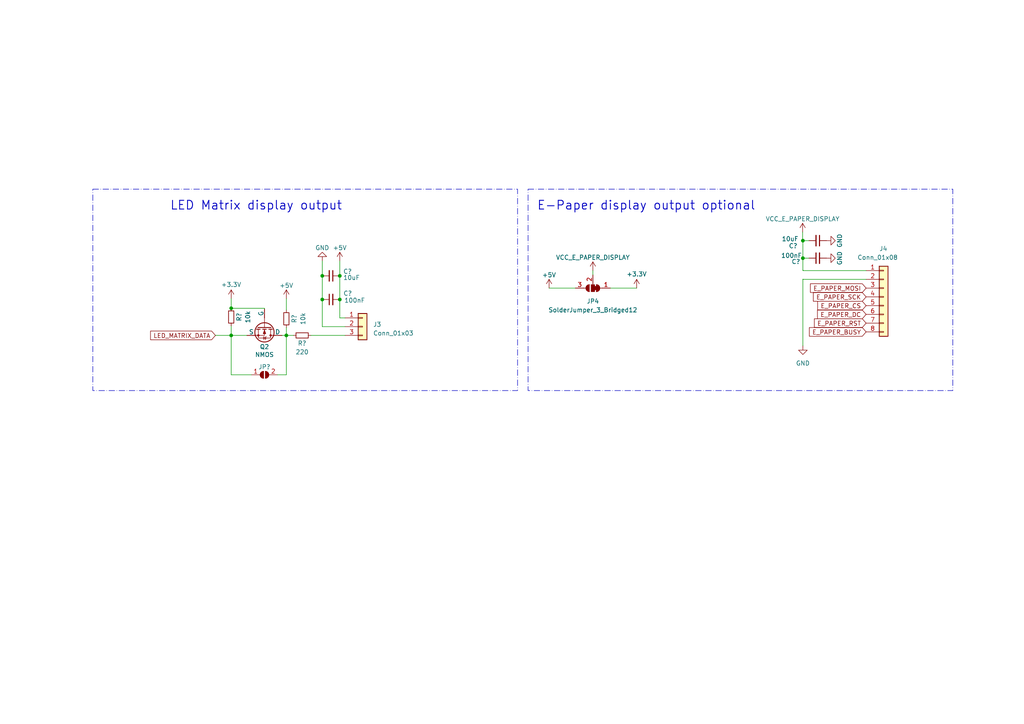
<source format=kicad_sch>
(kicad_sch (version 20230121) (generator eeschema)
  (paper "A4")
  (lib_symbols
    (symbol "Connector_Generic:Conn_01x03" (pin_names (offset 1.016) hide)
      (property "Reference" "J" (at 0 5.08 0))
      (property "Value" "Conn_01x03" (at 0 -5.08 0))
      (symbol "Conn_01x03_1_1"
        (rectangle (start -1.27 -2.413) (end 0 -2.667) (stroke (width 0.1524)))
        (rectangle (start -1.27 0.127) (end 0 -0.127) (stroke (width 0.1524)))
        (rectangle (start -1.27 2.667) (end 0 2.413) (stroke (width 0.1524)))
        (rectangle (start -1.27 3.81) (end 1.27 -3.81) (stroke (width 0.254)) (fill (type background)))
        (pin passive line (at -5.08 2.54 0) (length 3.81) (name "Pin_1") (number "1"))
        (pin passive line (at -5.08 0 0) (length 3.81) (name "Pin_2") (number "2"))
        (pin passive line (at -5.08 -2.54 0) (length 3.81) (name "Pin_3") (number "3"))
      )
    )
    (symbol "Connector_Generic:Conn_01x08" (pin_names (offset 1.016) hide)
      (property "Reference" "J" (at 0 10.16 0))
      (property "Value" "Conn_01x08" (at 0 -12.7 0))
      (symbol "Conn_01x08_1_1"
        (rectangle (start -1.27 -10.033) (end 0 -10.287) (stroke (width 0.1524)))
        (rectangle (start -1.27 -7.493) (end 0 -7.747) (stroke (width 0.1524)))
        (rectangle (start -1.27 -4.953) (end 0 -5.207) (stroke (width 0.1524)))
        (rectangle (start -1.27 -2.413) (end 0 -2.667) (stroke (width 0.1524)))
        (rectangle (start -1.27 0.127) (end 0 -0.127) (stroke (width 0.1524)))
        (rectangle (start -1.27 2.667) (end 0 2.413) (stroke (width 0.1524)))
        (rectangle (start -1.27 5.207) (end 0 4.953) (stroke (width 0.1524)))
        (rectangle (start -1.27 7.747) (end 0 7.493) (stroke (width 0.1524)))
        (rectangle (start -1.27 8.89) (end 1.27 -11.43) (stroke (width 0.254)) (fill (type background)))
        (pin passive line (at -5.08 7.62 0) (length 3.81) (name "Pin_1") (number "1"))
        (pin passive line (at -5.08 5.08 0) (length 3.81) (name "Pin_2") (number "2"))
        (pin passive line (at -5.08 2.54 0) (length 3.81) (name "Pin_3") (number "3"))
        (pin passive line (at -5.08 0 0) (length 3.81) (name "Pin_4") (number "4"))
        (pin passive line (at -5.08 -2.54 0) (length 3.81) (name "Pin_5") (number "5"))
        (pin passive line (at -5.08 -5.08 0) (length 3.81) (name "Pin_6") (number "6"))
        (pin passive line (at -5.08 -7.62 0) (length 3.81) (name "Pin_7") (number "7"))
        (pin passive line (at -5.08 -10.16 0) (length 3.81) (name "Pin_8") (number "8"))
      )
    )
    (symbol "Device:C_Small" (pin_numbers hide) (pin_names (offset 0.254) hide)
      (property "Reference" "C" (at 0.254 1.778 0))
      (property "Value" "C_Small" (at 0.254 -2.032 0))
      (symbol "C_Small_0_1"
        (polyline (pts (xy -1.524 -0.508) (xy 1.524 -0.508)) (stroke (width 0.3302)))
        (polyline (pts (xy -1.524 0.508) (xy 1.524 0.508)) (stroke (width 0.3048)))
      )
      (symbol "C_Small_1_1"
        (pin passive line (at 0 2.54 270) (length 2.032) (name "~") (number "1"))
        (pin passive line (at 0 -2.54 90) (length 2.032) (name "~") (number "2"))
      )
    )
    (symbol "Device:R_Small" (pin_numbers hide) (pin_names (offset 0.254) hide)
      (property "Reference" "R" (at 0.762 0.508 0))
      (property "Value" "R_Small" (at 0.762 -1.016 0))
      (symbol "R_Small_0_1"
        (rectangle (start -0.762 1.778) (end 0.762 -1.778) (stroke (width 0.2032)))
      )
      (symbol "R_Small_1_1"
        (pin passive line (at 0 2.54 270) (length 0.762) (name "~") (number "1"))
        (pin passive line (at 0 -2.54 90) (length 0.762) (name "~") (number "2"))
      )
    )
    (symbol "Jumper:SolderJumper_2_Open" (pin_names (offset 0) hide)
      (property "Reference" "JP" (at 0 2.032 0))
      (property "Value" "SolderJumper_2_Open" (at 0 -2.54 0))
      (symbol "SolderJumper_2_Open_0_1"
        (arc (start -0.254 1.016) (mid -1.2656 0) (end -0.254 -1.016))
        (arc (start -0.254 1.016) (mid -1.2656 0) (end -0.254 -1.016) (fill (type outline)))
        (polyline (pts (xy -0.254 1.016) (xy -0.254 -1.016)))
        (polyline (pts (xy 0.254 1.016) (xy 0.254 -1.016)))
        (arc (start 0.254 -1.016) (mid 1.2656 0) (end 0.254 1.016))
        (arc (start 0.254 -1.016) (mid 1.2656 0) (end 0.254 1.016) (fill (type outline)))
      )
      (symbol "SolderJumper_2_Open_1_1"
        (pin passive line (at -3.81 0 0) (length 2.54) (name "A") (number "1"))
        (pin passive line (at 3.81 0 180) (length 2.54) (name "B") (number "2"))
      )
    )
    (symbol "Jumper:SolderJumper_3_Bridged12" (pin_names (offset 0) hide)
      (property "Reference" "JP" (at -2.54 -2.54 0))
      (property "Value" "SolderJumper_3_Bridged12" (at 0 2.794 0))
      (symbol "SolderJumper_3_Bridged12_0_1"
        (rectangle (start -1.016 0.508) (end -0.508 -0.508) (fill (type outline)))
        (arc (start -1.016 1.016) (mid -2.0276 0) (end -1.016 -1.016))
        (arc (start -1.016 1.016) (mid -2.0276 0) (end -1.016 -1.016) (fill (type outline)))
        (rectangle (start -0.508 1.016) (end 0.508 -1.016) (fill (type outline)))
        (polyline (pts (xy -2.54 0) (xy -2.032 0)))
        (polyline (pts (xy -1.016 1.016) (xy -1.016 -1.016)))
        (polyline (pts (xy 0 -1.27) (xy 0 -1.016)))
        (polyline (pts (xy 1.016 1.016) (xy 1.016 -1.016)))
        (polyline (pts (xy 2.54 0) (xy 2.032 0)))
        (arc (start 1.016 -1.016) (mid 2.0276 0) (end 1.016 1.016))
        (arc (start 1.016 -1.016) (mid 2.0276 0) (end 1.016 1.016) (fill (type outline)))
      )
      (symbol "SolderJumper_3_Bridged12_1_1"
        (pin passive line (at -5.08 0 0) (length 2.54) (name "A") (number "1"))
        (pin passive line (at 0 -3.81 90) (length 2.54) (name "C") (number "2"))
        (pin passive line (at 5.08 0 180) (length 2.54) (name "B") (number "3"))
      )
    )
    (symbol "Simulation_SPICE:NMOS" (pin_numbers hide) (pin_names (offset 0))
      (property "Reference" "Q" (at 5.08 1.27 0))
      (property "Value" "NMOS" (at 5.08 -1.27 0))
      (symbol "NMOS_0_1"
        (polyline (pts (xy 0.254 0) (xy -2.54 0)))
        (polyline (pts (xy 0.254 1.905) (xy 0.254 -1.905)) (stroke (width 0.254)))
        (polyline (pts (xy 0.762 -1.27) (xy 0.762 -2.286)) (stroke (width 0.254)))
        (polyline (pts (xy 0.762 0.508) (xy 0.762 -0.508)) (stroke (width 0.254)))
        (polyline (pts (xy 0.762 2.286) (xy 0.762 1.27)) (stroke (width 0.254)))
        (polyline (pts (xy 2.54 2.54) (xy 2.54 1.778)))
        (polyline (pts (xy 2.54 -2.54) (xy 2.54 0) (xy 0.762 0)))
        (polyline (pts (xy 0.762 -1.778) (xy 3.302 -1.778) (xy 3.302 1.778) (xy 0.762 1.778)))
        (polyline (pts (xy 1.016 0) (xy 2.032 0.381) (xy 2.032 -0.381) (xy 1.016 0)) (fill (type outline)))
        (polyline (pts (xy 2.794 0.508) (xy 2.921 0.381) (xy 3.683 0.381) (xy 3.81 0.254)))
        (polyline (pts (xy 3.302 0.381) (xy 2.921 -0.254) (xy 3.683 -0.254) (xy 3.302 0.381)))
        (circle (center 1.651 0) (radius 2.794) (stroke (width 0.254)))
        (circle (center 2.54 -1.778) (radius 0.254) (fill (type outline)))
        (circle (center 2.54 1.778) (radius 0.254) (fill (type outline)))
      )
      (symbol "NMOS_1_1"
        (pin passive line (at 2.54 5.08 270) (length 2.54) (name "D") (number "1"))
        (pin input line (at -5.08 0 0) (length 2.54) (name "G") (number "2"))
        (pin passive line (at 2.54 -5.08 90) (length 2.54) (name "S") (number "3"))
      )
    )
    (symbol "VCC_E_PAPER_DISPLAY_1" (power) (pin_names (offset 0))
      (property "Value" "VCC_E_PAPER_DISPLAY_1" (at 0 3.81 0))
      (symbol "VCC_E_PAPER_DISPLAY_1_0_1"
        (polyline (pts (xy -0.762 1.27) (xy 0 2.54)))
        (polyline (pts (xy 0 0) (xy 0 2.54)))
        (polyline (pts (xy 0 2.54) (xy 0.762 1.27)))
      )
      (symbol "VCC_E_PAPER_DISPLAY_1_1_1"
        (pin power_in line (at 0 0 90) (length 0) hide (name "VCC_E_PAPER_DISPLAY") (number "1"))
      )
    )
    (symbol "power:+3.3V" (power) (pin_names (offset 0))
      (property "Value" "+3.3V" (at 0 3.556 0))
      (symbol "+3.3V_0_1"
        (polyline (pts (xy -0.762 1.27) (xy 0 2.54)))
        (polyline (pts (xy 0 0) (xy 0 2.54)))
        (polyline (pts (xy 0 2.54) (xy 0.762 1.27)))
      )
      (symbol "+3.3V_1_1"
        (pin power_in line (at 0 0 90) (length 0) hide (name "+3.3V") (number "1"))
      )
    )
    (symbol "power:+5V" (power) (pin_names (offset 0))
      (property "Value" "+5V" (at 0 3.556 0))
      (symbol "+5V_0_1"
        (polyline (pts (xy -0.762 1.27) (xy 0 2.54)))
        (polyline (pts (xy 0 0) (xy 0 2.54)))
        (polyline (pts (xy 0 2.54) (xy 0.762 1.27)))
      )
      (symbol "+5V_1_1"
        (pin power_in line (at 0 0 90) (length 0) hide (name "+5V") (number "1"))
      )
    )
    (symbol "power:GND" (power) (pin_names (offset 0))
      (property "Value" "GND" (at 0 -3.81 0))
      (symbol "GND_0_1"
        (polyline (pts (xy 0 0) (xy 0 -1.27) (xy 1.27 -1.27) (xy 0 -2.54) (xy -1.27 -1.27) (xy 0 -1.27)))
      )
      (symbol "GND_1_1"
        (pin power_in line (at 0 0 270) (length 0) hide (name "GND") (number "1"))
      )
    )
  )
  (junction (at 232.8672 74.8792))
  (junction (at 98.552 86.868))
  (junction (at 67.056 89.408))
  (junction (at 232.8672 69.7992))
  (junction (at 93.472 80.01))
  (junction (at 83.058 97.282))
  (junction (at 93.472 86.868))
  (junction (at 67.056 97.282))
  (junction (at 98.552 80.01))
  (wire (pts (xy 76.708 89.408) (xy 76.708 89.662)))
  (wire (pts (xy 232.8672 80.9752) (xy 232.8672 100.2792)))
  (wire (pts (xy 232.8672 80.9752) (xy 232.918 80.9752)))
  (wire (pts (xy 232.918 80.9752) (xy 232.918 81.026)))
  (wire (pts (xy 98.552 80.01) (xy 98.552 86.868)))
  (wire (pts (xy 177.038 83.566) (xy 184.658 83.566)))
  (wire (pts (xy 234.6452 74.8792) (xy 232.8672 74.8792)))
  (wire (pts (xy 93.472 94.742) (xy 100.076 94.742)))
  (wire (pts (xy 67.056 108.712) (xy 67.056 97.282)))
  (wire (pts (xy 159.258 83.566) (xy 166.878 83.566)))
  (wire (pts (xy 93.472 86.868) (xy 93.472 94.742)))
  (wire (pts (xy 93.472 75.692) (xy 93.472 80.01)))
  (wire (pts (xy 72.898 108.712) (xy 67.056 108.712)))
  (wire (pts (xy 232.791 67.31) (xy 232.791 69.7992)))
  (wire (pts (xy 232.8672 78.4352) (xy 232.9688 78.4352)))
  (wire (pts (xy 80.518 108.712) (xy 83.058 108.712)))
  (wire (pts (xy 232.918 81.026) (xy 251.206 81.026)))
  (wire (pts (xy 232.9688 78.4352) (xy 232.9688 78.486)))
  (wire (pts (xy 93.472 80.01) (xy 93.472 86.868)))
  (wire (pts (xy 83.058 97.282) (xy 83.058 94.996)))
  (wire (pts (xy 67.056 97.282) (xy 67.056 94.488)))
  (wire (pts (xy 171.958 78.486) (xy 171.958 79.756)))
  (wire (pts (xy 98.552 75.692) (xy 98.552 80.01)))
  (wire (pts (xy 98.552 92.202) (xy 98.552 86.868)))
  (wire (pts (xy 83.058 86.614) (xy 83.058 89.916)))
  (wire (pts (xy 67.056 89.408) (xy 76.708 89.408)))
  (wire (pts (xy 232.8672 69.7992) (xy 232.8672 74.8792)))
  (wire (pts (xy 83.058 97.282) (xy 85.09 97.282)))
  (wire (pts (xy 90.17 97.282) (xy 100.076 97.282)))
  (wire (pts (xy 81.788 97.282) (xy 83.058 97.282)))
  (wire (pts (xy 100.076 92.202) (xy 98.552 92.202)))
  (wire (pts (xy 67.056 86.614) (xy 67.056 89.408)))
  (wire (pts (xy 232.791 69.7992) (xy 232.8672 69.7992)))
  (wire (pts (xy 67.056 97.282) (xy 62.484 97.282)))
  (wire (pts (xy 71.628 97.282) (xy 67.056 97.282)))
  (wire (pts (xy 232.9688 78.486) (xy 251.206 78.486)))
  (wire (pts (xy 232.8672 78.4352) (xy 232.8672 74.8792)))
  (wire (pts (xy 83.058 108.712) (xy 83.058 97.282)))
  (wire (pts (xy 234.6452 69.7992) (xy 232.8672 69.7992)))
  (rectangle (start 153.162 54.864) (end 276.352 113.284) (stroke (width 0) (type dash_dot)))
  (rectangle (start 26.924 54.864) (end 150.114 113.284) (stroke (width 0) (type dash_dot)))
  (text "LED Matrix display output" (at 49.276 61.214 0) (effects (font (size 2.54 2.54) (thickness 0.254) bold) (justify left bottom)))
  (text "E-Paper display output optional" (at 155.702 61.214 0) (effects (font (size 2.54 2.54) (thickness 0.254) bold) (justify left bottom)))
  (global_label "E_PAPER_RST" (shape input) (at 251.206 93.726 180) (property "Intersheetrefs" "${INTERSHEET_REFS}" (effects hide)))
  (global_label "E_PAPER_SCK" (shape input) (at 251.206 86.106 180) (property "Intersheetrefs" "${INTERSHEET_REFS}" (effects hide)))
  (global_label "E_PAPER_BUSY" (shape input) (at 251.206 96.266 180) (property "Intersheetrefs" "${INTERSHEET_REFS}" (effects hide)))
  (global_label "E_PAPER_CS" (shape input) (at 251.206 88.646 180) (property "Intersheetrefs" "${INTERSHEET_REFS}" (effects hide)))
  (global_label "E_PAPER_MOSI" (shape input) (at 251.206 83.566 180) (property "Intersheetrefs" "${INTERSHEET_REFS}" (effects hide)))
  (global_label "LED_MATRIX_DATA" (shape input) (at 62.484 97.282 180) (property "Intersheetrefs" "${INTERSHEET_REFS}" (effects hide)))
  (global_label "E_PAPER_DC" (shape input) (at 251.206 91.186 180) (property "Intersheetrefs" "${INTERSHEET_REFS}" (effects hide)))
  (symbol (lib_id "power:GND") (at 232.8672 100.2792 0) (unit 1)
    (property "Reference" "#PWR025" (effects hide))
    (property "Value" "GND" (at 232.8672 105.3592 0))
  )
  (symbol (lib_id "Device:C_Small") (at 96.012 80.01 270) (unit 1)
    (property "Reference" "C?" (at 102.108 78.74 90) (effects (justify right)))
    (property "Value" "10uF" (at 104.394 80.518 90) (effects (justify right)))
    (property "Footprint" "Capacitor_SMD:C_0603_1608Metric" (effects hide))
    (property "LCSC" "C19702" (effects hide))
    (instances (project "clock-control-board" (path "" (reference "C?") (unit 1)) (path "" (reference "C5") (unit 1)) (path "" (reference "C?") (unit 1))))
  )
  (symbol (lib_id "Connector_Generic:Conn_01x08") (at 256.286 86.106 0) (unit 1)
    (property "Reference" "J4" (at 255.016 72.136 0) (effects (justify left)))
    (property "Value" "Conn_01x08" (at 248.666 74.676 0) (effects (justify left)))
    (property "Footprint" "Connector_JST:JST_XH_S8B-XH-A-1_1x08_P2.50mm_Horizontal" (effects hide))
  )
  (symbol (lib_id "power:+3.3V") (at 184.658 83.566 0) (unit 1)
    (property "Reference" "#PWR?" (effects hide))
    (property "Value" "+3.3V" (at 184.658 79.502 0))
    (instances (project "clock-control-board" (path "" (reference "#PWR?") (unit 1)) (path "" (reference "#PWR023") (unit 1))))
  )
  (symbol (lib_id "power:GND") (at 239.7252 69.7992 90) (unit 1)
    (property "Reference" "#PWR026" (effects hide))
    (property "Value" "GND" (at 243.5352 67.7672 0) (effects (justify right)))
  )
  (symbol (lib_id "power:+5V") (at 98.552 75.692 0) (unit 1)
    (property "Reference" "#PWR020" (effects hide))
    (property "Value" "+5V" (at 98.552 71.882 0))
  )
  (symbol (lib_name "VCC_E_PAPER_DISPLAY_1") (lib_id "clock-control-board-symbol-library:VCC_E_PAPER_DISPLAY") (at 232.791 67.31 0) (unit 1)
    (property "Reference" "#PWR022" (effects hide))
    (property "Value" "VCC_E_PAPER_DISPLAY" (at 232.791 63.5 0))
  )
  (symbol (lib_id "power:GND") (at 239.7252 74.8792 90) (unit 1)
    (property "Reference" "#PWR027" (effects hide))
    (property "Value" "GND" (at 243.5352 72.8472 0) (effects (justify right)))
  )
  (symbol (lib_id "power:+5V") (at 159.258 83.566 0) (unit 1)
    (property "Reference" "#PWR021" (effects hide))
    (property "Value" "+5V" (at 159.258 79.756 0))
  )
  (symbol (lib_id "Device:C_Small") (at 237.1852 74.8792 90) (unit 1)
    (property "Reference" "C?" (at 229.5652 75.8952 90) (effects (justify right)))
    (property "Value" "100nF" (at 226.5172 74.1172 90) (effects (justify right)))
    (property "Footprint" "Capacitor_SMD:C_0402_1005Metric" (effects hide))
    (property "LCSC" "C1525" (effects hide))
    (instances (project "clock-control-board" (path "" (reference "C?") (unit 1)) (path "" (reference "C8") (unit 1))))
  )
  (symbol (lib_id "power:GND") (at 93.472 75.692 180) (unit 1)
    (property "Reference" "#PWR019" (effects hide))
    (property "Value" "GND" (at 93.472 71.882 0))
  )
  (symbol (lib_id "power:+5V") (at 83.058 86.614 0) (unit 1)
    (property "Reference" "#PWR018" (effects hide))
    (property "Value" "+5V" (at 83.058 82.804 0))
  )
  (symbol (lib_id "Jumper:SolderJumper_3_Bridged12") (at 171.958 83.566 180) (unit 1)
    (property "Reference" "JP4" (at 171.958 87.376 0))
    (property "Value" "SolderJumper_3_Bridged12" (at 171.958 89.916 0))
    (property "Footprint" "Jumper:SolderJumper-3_P1.3mm_Bridged12_RoundedPad1.0x1.5mm" (effects hide))
  )
  (symbol (lib_id "Simulation_SPICE:NMOS") (at 76.708 94.742 270) (unit 1)
    (property "Reference" "Q2" (at 76.708 100.584 90))
    (property "Value" "NMOS" (at 76.708 102.87 90))
    (property "Footprint" "Package_TO_SOT_SMD:SOT-23" (effects hide))
    (property "Datasheet" "https://ngspice.sourceforge.io/docs/ngspice-manual.pdf" (effects hide))
    (property "Sim.Device" "NMOS" (effects hide))
    (property "Sim.Type" "VDMOS" (effects hide))
    (property "Sim.Pins" "1=D 2=G 3=S" (effects hide))
    (property "LCSC" "C8545" (effects hide))
  )
  (symbol (lib_id "Device:R_Small") (at 87.63 97.282 90) (unit 1)
    (property "Reference" "R?" (at 87.63 99.568 90))
    (property "Value" "220" (at 87.63 102.108 90))
    (property "Footprint" "Resistor_SMD:R_0402_1005Metric" (effects hide))
    (instances (project "clock-control-board" (path "" (reference "R?") (unit 1)) (path "" (reference "R6") (unit 1))))
  )
  (symbol (lib_id "power:+3.3V") (at 67.056 86.614 0) (unit 1)
    (property "Reference" "#PWR?" (effects hide))
    (property "Value" "+3.3V" (at 67.056 82.55 0))
    (instances (project "clock-control-board" (path "" (reference "#PWR?") (unit 1)) (path "" (reference "#PWR017") (unit 1))))
  )
  (symbol (lib_name "VCC_E_PAPER_DISPLAY_1") (lib_id "clock-control-board-symbol-library:VCC_E_PAPER_DISPLAY") (at 171.958 78.486 0) (unit 1)
    (property "Reference" "#PWR0123" (effects hide))
    (property "Value" "VCC_E_PAPER_DISPLAY" (at 171.958 74.676 0))
  )
  (symbol (lib_id "Device:C_Small") (at 96.012 86.868 90) (unit 1)
    (property "Reference" "C?" (at 99.568 85.09 90) (effects (justify right)))
    (property "Value" "100nF" (at 99.822 87.122 90) (effects (justify right)))
    (property "Footprint" "Capacitor_SMD:C_0402_1005Metric" (effects hide))
    (property "LCSC" "C1525" (effects hide))
    (instances (project "clock-control-board" (path "" (reference "C?") (unit 1)) (path "" (reference "C6") (unit 1))))
  )
  (symbol (lib_id "Jumper:SolderJumper_2_Open") (at 76.708 108.712 0) (unit 1)
    (property "Reference" "JP?" (at 76.708 106.426 0))
    (property "Value" "SolderJumper_2_Open" (effects hide))
    (property "Footprint" "Jumper:SolderJumper-2_P1.3mm_Open_TrianglePad1.0x1.5mm" (effects hide))
    (instances (project "clock-control-board" (path "" (reference "JP?") (unit 1)) (path "" (reference "JP3") (unit 1))))
  )
  (symbol (lib_id "Device:C_Small") (at 237.1852 69.7992 270) (unit 1)
    (property "Reference" "C?" (at 231.3432 71.3232 90) (effects (justify right)))
    (property "Value" "10uF" (at 231.5972 69.2912 90) (effects (justify right)))
    (property "Footprint" "Capacitor_SMD:C_0603_1608Metric" (effects hide))
    (property "LCSC" "C19702" (effects hide))
    (instances (project "clock-control-board" (path "" (reference "C?") (unit 1)) (path "" (reference "C7") (unit 1)) (path "" (reference "C?") (unit 1))))
  )
  (symbol (lib_id "Device:R_Small") (at 83.058 92.456 180) (unit 1)
    (property "Reference" "R?" (at 85.344 92.456 90))
    (property "Value" "10k" (at 87.884 92.456 90))
    (property "Footprint" "Resistor_SMD:R_0402_1005Metric" (effects hide))
    (instances (project "clock-control-board" (path "" (reference "R?") (unit 1)) (path "" (reference "R5") (unit 1))))
  )
  (symbol (lib_id "Connector_Generic:Conn_01x03") (at 105.156 94.742 0) (unit 1)
    (property "Reference" "J3" (at 108.204 94.107 0) (effects (justify left)))
    (property "Value" "Conn_01x03" (at 108.204 96.647 0) (effects (justify left)))
    (property "Footprint" "Connector_JST:JST_XH_S3B-XH-A-1_1x03_P2.50mm_Horizontal" (effects hide))
  )
  (symbol (lib_id "Device:R_Small") (at 67.056 91.948 180) (unit 1)
    (property "Reference" "R?" (at 69.342 91.948 90))
    (property "Value" "10k" (at 71.882 91.948 90))
    (property "Footprint" "Resistor_SMD:R_0402_1005Metric" (effects hide))
    (instances (project "clock-control-board" (path "" (reference "R?") (unit 1)) (path "" (reference "R4") (unit 1))))
  )
)
</source>
